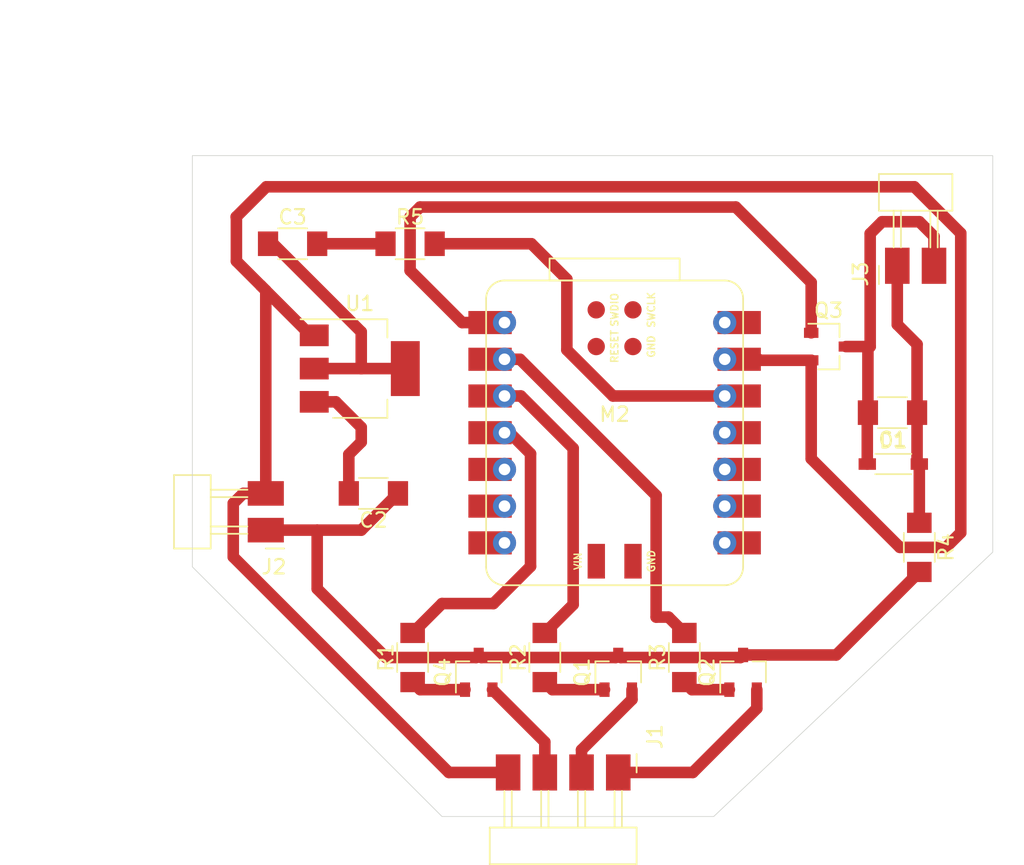
<source format=kicad_pcb>
(kicad_pcb (version 20240108) (generator "pcbnew") (generator_version "8.0")
  (layers (0 "F.Cu" signal) (31 "B.Cu" signal) (34 "B.Paste" user) (35 "F.Paste" user) (36 "B.SilkS" user "B.Silkscreen") (37 "F.SilkS" user "F.Silkscreen") (38 "B.Mask" user) (39 "F.Mask" user) (44 "Edge.Cuts" user))
  (net 0 "")
  (net 1 "Net-(U1-VI)")
  (net 2 "Net-(U1-VO)")
  (net 3 "3.3V")
  (net 4 "3")
  (net 5 "2")
  (net 6 "4")
  (net 7 "GND")
  (net 8 "SCL")
  (net 9 "SDI")
  (net 10 "R")
  (net 13 "G")
  (net 16 "B")
  (net 19 "Moteur")
  (net 20 "GG")
  (net 21 "BB")
  (net 22 "RR")
  (net 23 "pond1.1")
  (net 24 "Net-(D1-A)")
  (net 25 "pont2.1")
  (footprint "Fabac:SOD-123" (layer "F.Cu") (at 157.204 70.104 180)
    (property "Reference" "D1" (at 0 1.6 180) (layer "F.SilkS"))
    (property "Value" "Diode_Schottky_SOD123")
    (fp_line (start -1.25 0.7) (end 1.25 0.7) (stroke (width 0.12)) (layer "F.SilkS"))
    (fp_line (start -1.25 -0.7) (end 1.25 -0.7) (stroke (width 0.12)) (layer "F.SilkS"))
    (pad "1" smd rect (at -1.8 0 180) (size 1.2 0.8) (layers "F.Cu" "F.Paste" "F.Mask") (net 23 "pond1.1"))
    (pad "2" smd rect (at 1.8 0 180) (size 1.2 0.8) (layers "F.Cu" "F.Paste" "F.Mask") (net 24 "Net-(D1-A)"))
  )
  (footprint "Fabac:PinHeader_1x02_P2.54mm_Horizontal_SMD" (layer "F.Cu") (at 113.792 74.676 180)
    (property "Reference" "J2" (at -1.524 -2.54 180) (layer "F.SilkS") (effects (justify right)))
    (property "Value" "Conn_PinHeader_1x02_P2.54mm_Horizontal_SMD")
    (fp_line (start 6.35 3.81) (end 3.81 3.81) (stroke (width 0.12)) (layer "F.SilkS"))
    (fp_line (start 6.35 -1.27) (end 6.35 3.81) (stroke (width 0.12)) (layer "F.SilkS"))
    (fp_line (start 3.81 3.81) (end 3.81 -1.27) (stroke (width 0.12)) (layer "F.SilkS"))
    (fp_line (start 3.81 2.794) (end 1.27 2.794) (stroke (width 0.12)) (layer "F.SilkS"))
    (fp_line (start 3.81 2.286) (end 1.27 2.286) (stroke (width 0.12)) (layer "F.SilkS"))
    (fp_line (start 3.81 0.254) (end 1.27 0.254) (stroke (width 0.12)) (layer "F.SilkS"))
    (fp_line (start 3.81 -0.254) (end 1.27 -0.254) (stroke (width 0.12)) (layer "F.SilkS"))
    (fp_line (start 3.81 -1.27) (end 6.35 -1.27) (stroke (width 0.12)) (layer "F.SilkS"))
    (fp_line (start -1.27 -1.27) (end 0 -1.27) (stroke (width 0.12)) (layer "F.SilkS"))
    (pad "1" smd rect (at 0 0 180) (size 2.5 1.7) (layers "F.Cu" "F.Paste" "F.Mask") (net 23 "pond1.1"))
    (pad "2" smd rect (at 0 2.54 180) (size 2.5 1.7) (layers "F.Cu" "F.Paste" "F.Mask") (net 7 "GND"))
  )
  (footprint "Fabac:R_1206" (layer "F.Cu") (at 159.004 75.868 -90)
    (property "Reference" "R4" (at 0 -1.85 90) (layer "F.SilkS"))
    (property "Value" "R_1206")
    (fp_line (start 1 1.07) (end -1 1.07) (stroke (width 0.12)) (layer "F.SilkS"))
    (fp_line (start -1 -1.07) (end 1 -1.07) (stroke (width 0.12)) (layer "F.SilkS"))
    (pad "1" smd rect (at -1.7 0 270) (size 1.4 1.7) (layers "F.Cu" "F.Paste" "F.Mask") (net 23 "pond1.1"))
    (pad "2" smd rect (at 1.7 0 270) (size 1.4 1.7) (layers "F.Cu" "F.Paste" "F.Mask") (net 23 "pond1.1"))
  )
  (footprint "Fabac:C_1206" (layer "F.Cu") (at 157.148 66.548 180)
    (property "Reference" "C1" (at 0 -1.85 180) (layer "F.SilkS"))
    (property "Value" "C_1206")
    (fp_line (start 1 1.07) (end -1 1.07) (stroke (width 0.12)) (layer "F.SilkS"))
    (fp_line (start -1 -1.07) (end 1 -1.07) (stroke (width 0.12)) (layer "F.SilkS"))
    (pad "1" smd rect (at -1.7 0 180) (size 1.4 1.7) (layers "F.Cu" "F.Paste" "F.Mask") (net 23 "pond1.1"))
    (pad "2" smd rect (at 1.7 0 180) (size 1.4 1.7) (layers "F.Cu" "F.Paste" "F.Mask") (net 24 "Net-(D1-A)"))
  )
  (footprint "Fabac:R_1206" (layer "F.Cu") (at 133.096 83.488 90)
    (property "Reference" "R2" (at 0 -1.85 270) (layer "F.SilkS"))
    (property "Value" "R_1206")
    (fp_line (start -1 -1.07) (end 1 -1.07) (stroke (width 0.12)) (layer "F.SilkS"))
    (fp_line (start 1 1.07) (end -1 1.07) (stroke (width 0.12)) (layer "F.SilkS"))
    (pad "1" smd rect (at -1.7 0 90) (size 1.4 1.7) (layers "F.Cu" "F.Paste" "F.Mask") (net 20 "GG"))
    (pad "2" smd rect (at 1.7 0 90) (size 1.4 1.7) (layers "F.Cu" "F.Paste" "F.Mask") (net 13 "G"))
  )
  (footprint "Fabac:R_1206" (layer "F.Cu") (at 142.748 83.488 90)
    (property "Reference" "R3" (at 0 -1.85 270) (layer "F.SilkS"))
    (property "Value" "R_1206" (hide yes))
    (fp_line (start -1 -1.07) (end 1 -1.07) (stroke (width 0.12)) (layer "F.SilkS"))
    (fp_line (start 1 1.07) (end -1 1.07) (stroke (width 0.12)) (layer "F.SilkS"))
    (pad "1" smd rect (at -1.7 0 90) (size 1.4 1.7) (layers "F.Cu" "F.Paste" "F.Mask") (net 21 "BB"))
    (pad "2" smd rect (at 1.7 0 90) (size 1.4 1.7) (layers "F.Cu" "F.Paste" "F.Mask") (net 16 "B"))
  )
  (footprint "Fabac:PinHeader_1x02_P2.54mm_Horizontal_SMD" (layer "F.Cu") (at 157.48 56.388 90)
    (property "Reference" "J3" (at -1.524 -2.54 -90) (layer "F.SilkS") (effects (justify left)))
    (property "Value" "Conn_PinHeader_1x02_P2.54mm_Horizontal_SMD")
    (fp_line (start 6.35 -1.27) (end 6.35 3.81) (stroke (width 0.12)) (layer "F.SilkS"))
    (fp_line (start 3.81 -1.27) (end 6.35 -1.27) (stroke (width 0.12)) (layer "F.SilkS"))
    (fp_line (start -1.27 -1.27) (end 0 -1.27) (stroke (width 0.12)) (layer "F.SilkS"))
    (fp_line (start 3.81 -0.254) (end 1.27 -0.254) (stroke (width 0.12)) (layer "F.SilkS"))
    (fp_line (start 3.81 0.254) (end 1.27 0.254) (stroke (width 0.12)) (layer "F.SilkS"))
    (fp_line (start 3.81 2.286) (end 1.27 2.286) (stroke (width 0.12)) (layer "F.SilkS"))
    (fp_line (start 3.81 2.794) (end 1.27 2.794) (stroke (width 0.12)) (layer "F.SilkS"))
    (fp_line (start 6.35 3.81) (end 3.81 3.81) (stroke (width 0.12)) (layer "F.SilkS"))
    (fp_line (start 3.81 3.81) (end 3.81 -1.27) (stroke (width 0.12)) (layer "F.SilkS"))
    (pad "1" smd rect (at 0 0 90) (size 2.5 1.7) (layers "F.Cu" "F.Paste" "F.Mask") (net 23 "pond1.1"))
    (pad "2" smd rect (at 0 2.54 90) (size 2.5 1.7) (layers "F.Cu" "F.Paste" "F.Mask") (net 24 "Net-(D1-A)"))
  )
  (footprint "Fabac:SOT-223-3_TabPin2" (layer "F.Cu") (at 120.294 63.5)
    (property "Reference" "U1" (at 0 -4.5 0) (layer "F.SilkS"))
    (property "Value" "Regulator_Linear_3.3V_1A_DiodesIncorporated")
    (fp_line (start -4.1 -3.41) (end 1.91 -3.41) (stroke (width 0.12)) (layer "F.SilkS"))
    (fp_line (start -1.85 3.41) (end 1.91 3.41) (stroke (width 0.12)) (layer "F.SilkS"))
    (fp_line (start 1.91 -3.41) (end 1.91 -2.15) (stroke (width 0.12)) (layer "F.SilkS"))
    (fp_line (start 1.91 3.41) (end 1.91 2.15) (stroke (width 0.12)) (layer "F.SilkS"))
    (pad "1" smd rect (at -3.15 -2.3) (size 2 1.5) (layers "F.Cu" "F.Paste" "F.Mask") (net 7 "GND"))
    (pad "2" smd rect (at -3.15 0) (size 2 1.5) (layers "F.Cu" "F.Paste" "F.Mask") (net 2 "Net-(U1-VO)"))
    (pad "2" smd rect (at 3.15 0) (size 2 3.8) (layers "F.Cu" "F.Paste" "F.Mask") (net 2 "Net-(U1-VO)"))
    (pad "3" smd rect (at -3.15 2.3) (size 2 1.5) (layers "F.Cu" "F.Paste" "F.Mask") (net 1 "Net-(U1-VI)"))
  )
  (footprint "Fabac:PinHeader_1x04_P2.54mm_Horizontal_SMD" (layer "F.Cu") (at 138.176 91.44 -90)
    (property "Reference" "J1" (at -1.524 -2.54 90) (layer "F.SilkS") (effects (justify left)))
    (property "Value" "Conn_PinHeader_1x04_P2.54mm_Horizontal_SMD" (hide yes))
    (fp_line (start 3.81 8.89) (end 3.81 -1.27) (stroke (width 0.12)) (layer "F.SilkS"))
    (fp_line (start 6.35 8.89) (end 3.81 8.89) (stroke (width 0.12)) (layer "F.SilkS"))
    (fp_line (start 3.81 7.874) (end 1.27 7.874) (stroke (width 0.12)) (layer "F.SilkS"))
    (fp_line (start 3.81 7.366) (end 1.27 7.366) (stroke (width 0.12)) (layer "F.SilkS"))
    (fp_line (start 3.81 5.334) (end 1.27 5.334) (stroke (width 0.12)) (layer "F.SilkS"))
    (fp_line (start 3.81 4.826) (end 1.27 4.826) (stroke (width 0.12)) (layer "F.SilkS"))
    (fp_line (start 3.81 2.794) (end 1.27 2.794) (stroke (width 0.12)) (layer "F.SilkS"))
    (fp_line (start 3.81 2.286) (end 1.27 2.286) (stroke (width 0.12)) (layer "F.SilkS"))
    (fp_line (start 3.81 0.254) (end 1.27 0.254) (stroke (width 0.12)) (layer "F.SilkS"))
    (fp_line (start 3.81 -0.254) (end 1.27 -0.254) (stroke (width 0.12)) (layer "F.SilkS"))
    (fp_line (start -1.27 -1.27) (end 0 -1.27) (stroke (width 0.12)) (layer "F.SilkS"))
    (fp_line (start 3.81 -1.27) (end 6.35 -1.27) (stroke (width 0.12)) (layer "F.SilkS"))
    (fp_line (start 6.35 -1.27) (end 6.35 8.89) (stroke (width 0.12)) (layer "F.SilkS"))
    (pad "1" smd rect (at 0 0 270) (size 2.5 1.7) (layers "F.Cu" "F.Paste" "F.Mask") (net 6 "4"))
    (pad "2" smd rect (at 0 2.54 270) (size 2.5 1.7) (layers "F.Cu" "F.Paste" "F.Mask") (net 4 "3"))
    (pad "3" smd rect (at 0 5.08 270) (size 2.5 1.7) (layers "F.Cu" "F.Paste" "F.Mask") (net 5 "2"))
    (pad "4" smd rect (at 0 7.62 270) (size 2.5 1.7) (layers "F.Cu" "F.Paste" "F.Mask") (net 7 "GND"))
  )
  (footprint "Fabac:R_1206" (layer "F.Cu") (at 123.952 83.488 90)
    (property "Reference" "R1" (at 0 -1.85 270) (layer "F.SilkS"))
    (property "Value" "R_1206" (hide yes))
    (fp_line (start -1 -1.07) (end 1 -1.07) (stroke (width 0.12)) (layer "F.SilkS"))
    (fp_line (start 1 1.07) (end -1 1.07) (stroke (width 0.12)) (layer "F.SilkS"))
    (pad "1" smd rect (at -1.7 0 90) (size 1.4 1.7) (layers "F.Cu" "F.Paste" "F.Mask") (net 22 "RR"))
    (pad "2" smd rect (at 1.7 0 90) (size 1.4 1.7) (layers "F.Cu" "F.Paste" "F.Mask") (net 10 "R"))
  )
  (footprint "Fabac:C_1206" (layer "F.Cu") (at 121.236 72.136 180)
    (property "Reference" "C2" (at 0 -1.85 180) (layer "F.SilkS"))
    (property "Value" "C_1206")
    (fp_line (start 1 1.07) (end -1 1.07) (stroke (width 0.12)) (layer "F.SilkS"))
    (fp_line (start -1 -1.07) (end 1 -1.07) (stroke (width 0.12)) (layer "F.SilkS"))
    (pad "1" smd rect (at -1.7 0 180) (size 1.4 1.7) (layers "F.Cu" "F.Paste" "F.Mask") (net 23 "pond1.1"))
    (pad "2" smd rect (at 1.7 0 180) (size 1.4 1.7) (layers "F.Cu" "F.Paste" "F.Mask") (net 1 "Net-(U1-VI)"))
  )
  (footprint "Fabac:SOT-23-3" (layer "F.Cu") (at 128.524 84.512 90)
    (property "Reference" "Q4" (at 0 -2.5 270) (layer "F.SilkS"))
    (property "Value" "Transistor_MOSFET_PCh_SOT23" (hide yes))
    (fp_line (start 0.76 -1.58) (end -1.4 -1.58) (stroke (width 0.12)) (layer "F.SilkS"))
    (fp_line (start 0.76 -1.58) (end 0.76 -0.65) (stroke (width 0.12)) (layer "F.SilkS"))
    (fp_line (start 0.76 1.58) (end 0.76 0.65) (stroke (width 0.12)) (layer "F.SilkS"))
    (fp_line (start 0.76 1.58) (end -0.7 1.58) (stroke (width 0.12)) (layer "F.SilkS"))
    (pad "1" smd rect (at -1.2 -0.95 90) (size 1 0.7) (layers "F.Cu" "F.Paste" "F.Mask") (net 22 "RR"))
    (pad "2" smd rect (at -1.2 0.95 90) (size 1 0.7) (layers "F.Cu" "F.Paste" "F.Mask") (net 5 "2"))
    (pad "3" smd rect (at 1.2 0 90) (size 1 0.7) (layers "F.Cu" "F.Paste" "F.Mask") (net 23 "pond1.1"))
  )
  (footprint "Fabac:SOT-23-3" (layer "F.Cu") (at 146.812 84.512 90)
    (property "Reference" "Q2" (at 0 -2.5 270) (layer "F.SilkS"))
    (property "Value" "Transistor_MOSFET_PCh_SOT23" (hide yes))
    (fp_line (start 0.76 -1.58) (end -1.4 -1.58) (stroke (width 0.12)) (layer "F.SilkS"))
    (fp_line (start 0.76 -1.58) (end 0.76 -0.65) (stroke (width 0.12)) (layer "F.SilkS"))
    (fp_line (start 0.76 1.58) (end 0.76 0.65) (stroke (width 0.12)) (layer "F.SilkS"))
    (fp_line (start 0.76 1.58) (end -0.7 1.58) (stroke (width 0.12)) (layer "F.SilkS"))
    (pad "1" smd rect (at -1.2 -0.95 90) (size 1 0.7) (layers "F.Cu" "F.Paste" "F.Mask") (net 21 "BB"))
    (pad "2" smd rect (at -1.2 0.95 90) (size 1 0.7) (layers "F.Cu" "F.Paste" "F.Mask") (net 6 "4"))
    (pad "3" smd rect (at 1.2 0 90) (size 1 0.7) (layers "F.Cu" "F.Paste" "F.Mask") (net 23 "pond1.1"))
  )
  (footprint "Fabac:SeeedStudio_XIAO_RP2040" (layer "F.Cu") (at 137.922 67.936)
    (property "Reference" "M2" (at 0 -1.27 0) (layer "F.SilkS"))
    (property "Value" "Module_XIAO-RP2040_SocketSMD")
    (fp_line (start -8.8875 9.281) (end -8.8875 -9.261) (stroke (width 0.12)) (layer "F.SilkS"))
    (fp_line (start -7.6175 -10.531) (end 7.6225 -10.531) (stroke (width 0.12)) (layer "F.SilkS"))
    (fp_line (start 7.6225 10.551) (end -7.6175 10.551) (stroke (width 0.12)) (layer "F.SilkS"))
    (fp_line (start 8.8925 -9.261) (end 8.8925 9.281) (stroke (width 0.12)) (layer "F.SilkS"))
    (fp_rect (start -4.4975 -10.531) (end 4.5025 -12.055) (stroke (width 0.12)) (fill none) (layer "F.SilkS"))
    (fp_arc (start -8.8875 -9.261) (mid -8.515526 -10.159026) (end -7.6175 -10.531) (stroke (width 0.12)) (layer "F.SilkS"))
    (fp_arc (start -7.6175 10.551) (mid -8.515526 10.179026) (end -8.8875 9.281) (stroke (width 0.12)) (layer "F.SilkS"))
    (fp_arc (start 7.6225 -10.531) (mid 8.520526 -10.159026) (end 8.8925 -9.261) (stroke (width 0.12)) (layer "F.SilkS"))
    (fp_arc (start 8.8925 9.281) (mid 8.520526 10.179026) (end 7.6225 10.551) (stroke (width 0.12)) (layer "F.SilkS"))
    (fp_text user "GND" (at 2.54 -5.96 90) (layer "F.SilkS") (effects (font (size 0.5 0.5) (thickness 0.1) (bold yes))))
    (fp_text user "RESET" (at 0 -5.96 90) (layer "F.SilkS") (effects (font (size 0.5 0.5) (thickness 0.1) (bold yes))))
    (fp_text user "GND" (at 2.545 8.89 90) (layer "F.SilkS") (effects (font (size 0.5 0.5) (thickness 0.1) (bold yes))))
    (fp_text user "SWCLK" (at 2.54 -8.5 90) (layer "F.SilkS") (effects (font (size 0.5 0.5) (thickness 0.1) (bold yes))))
    (fp_text user "SWDIO" (at 0 -8.5 90) (layer "F.SilkS") (effects (font (size 0.5 0.5) (thickness 0.1) (bold yes))))
    (fp_text user "VIN" (at -2.535 8.89 90) (layer "F.SilkS") (effects (font (size 0.5 0.5) (thickness 0.1) (bold yes))))
    (pad "1" thru_hole circle (at -7.615 -7.62) (size 1.6 1.6) (drill 0.8) (layers "*.Cu" "*.Mask") (net 19 "Moteur"))
    (pad "1" smd rect (at -7.615 -7.62) (size 3 1.6) (drill (offset -1 0)) (layers "F.Cu" "F.Paste" "F.Mask") (net 19 "Moteur"))
    (pad "2" thru_hole circle (at -7.615 -5.08) (size 1.6 1.6) (drill 0.8) (layers "*.Cu" "*.Mask") (net 16 "B"))
    (pad "2" smd rect (at -7.615 -5.08) (size 3 1.6) (drill (offset -1 0)) (layers "F.Cu" "F.Paste" "F.Mask") (net 16 "B"))
    (pad "3" thru_hole circle (at -7.615 -2.54) (size 1.6 1.6) (drill 0.8) (layers "*.Cu" "*.Mask") (net 13 "G"))
    (pad "3" smd rect (at -7.615 -2.54) (size 3 1.6) (drill (offset -1 0)) (layers "F.Cu" "F.Paste" "F.Mask") (net 13 "G"))
    (pad "4" thru_hole circle (at -7.615 0) (size 1.6 1.6) (drill 0.8) (layers "*.Cu" "*.Mask") (net 10 "R"))
    (pad "4" smd rect (at -7.615 0) (size 3 1.6) (drill (offset -1 0)) (layers "F.Cu" "F.Paste" "F.Mask") (net 10 "R"))
    (pad "5" thru_hole circle (at -7.615 2.54) (size 1.6 1.6) (drill 0.8) (layers "*.Cu" "*.Mask") (net 8 "SCL"))
    (pad "5" smd rect (at -7.615 2.54) (size 3 1.6) (drill (offset -1 0)) (layers "F.Cu" "F.Paste" "F.Mask") (net 8 "SCL"))
    (pad "6" thru_hole circle (at -7.615 5.08) (size 1.6 1.6) (drill 0.8) (layers "*.Cu" "*.Mask"))
    (pad "6" smd rect (at -7.615 5.08) (size 3 1.6) (drill (offset -1 0)) (layers "F.Cu" "F.Paste" "F.Mask"))
    (pad "7" thru_hole circle (at -7.615 7.62) (size 1.6 1.6) (drill 0.8) (layers "*.Cu" "*.Mask"))
    (pad "7" smd rect (at -7.615 7.62) (size 3 1.6) (drill (offset -1 0)) (layers "F.Cu" "F.Paste" "F.Mask"))
    (pad "8" thru_hole circle (at 7.62 7.62) (size 1.6 1.6) (drill 0.8) (layers "*.Cu" "*.Mask"))
    (pad "8" smd rect (at 7.62 7.62) (size 3 1.6) (drill (offset 1 0)) (layers "F.Cu" "F.Paste" "F.Mask"))
    (pad "9" thru_hole circle (at 7.62 5.08) (size 1.6 1.6) (drill 0.8) (layers "*.Cu" "*.Mask"))
    (pad "9" smd rect (at 7.62 5.08) (size 3 1.6) (drill (offset 1 0)) (layers "F.Cu" "F.Paste" "F.Mask"))
    (pad "10" thru_hole circle (at 7.62 2.54) (size 1.6 1.6) (drill 0.8) (layers "*.Cu" "*.Mask"))
    (pad "10" smd rect (at 7.62 2.54) (size 3 1.6) (drill (offset 1 0)) (layers "F.Cu" "F.Paste" "F.Mask"))
    (pad "11" thru_hole circle (at 7.62 0) (size 1.6 1.6) (drill 0.8) (layers "*.Cu" "*.Mask") (net 9 "SDI"))
    (pad "11" smd rect (at 7.62 0) (size 3 1.6) (drill (offset 1 0)) (layers "F.Cu" "F.Paste" "F.Mask") (net 9 "SDI"))
    (pad "12" thru_hole circle (at 7.62 -2.54) (size 1.6 1.6) (drill 0.8) (layers "*.Cu" "*.Mask") (net 3 "3.3V"))
    (pad "12" smd rect (at 7.62 -2.54) (size 3 1.6) (drill (offset 1 0)) (layers "F.Cu" "F.Paste" "F.Mask") (net 3 "3.3V"))
    (pad "13" thru_hole circle (at 7.62 -5.08) (size 1.6 1.6) (drill 0.8) (layers "*.Cu" "*.Mask") (net 7 "GND"))
    (pad "13" smd rect (at 7.62 -5.08) (size 3 1.6) (drill (offset 1 0)) (layers "F.Cu" "F.Paste" "F.Mask") (net 7 "GND"))
    (pad "14" thru_hole circle (at 7.62 -7.62) (size 1.6 1.6) (drill 0.8) (layers "*.Cu" "*.Mask"))
    (pad "14" smd rect (at 7.62 -7.62) (size 3 1.6) (drill (offset 1 0)) (layers "F.Cu" "F.Paste" "F.Mask"))
    (pad "15" smd rect (at 1.275 8.89 270) (size 2.4 1.2) (layers "F.Cu" "F.Paste" "F.Mask"))
    (pad "16" smd rect (at -1.265 8.89 270) (size 2.4 1.2) (layers "F.Cu" "F.Paste" "F.Mask"))
    (pad "17" smd circle (at -1.27 -8.5) (size 1.2 1.2) (layers "F.Cu" "F.Paste" "F.Mask"))
    (pad "18" smd circle (at -1.27 -5.96) (size 1.2 1.2) (layers "F.Cu" "F.Paste" "F.Mask"))
    (pad "19" smd circle (at 1.27 -5.96) (size 1.2 1.2) (layers "F.Cu" "F.Paste" "F.Mask"))
    (pad "20" smd circle (at 1.27 -8.5) (size 1.2 1.2) (layers "F.Cu" "F.Paste" "F.Mask"))
  )
  (footprint "Fabac:SOT-23-3" (layer "F.Cu") (at 138.176 84.512 90)
    (property "Reference" "Q1" (at 0 -2.5 270) (layer "F.SilkS"))
    (property "Value" "Transistor_MOSFET_PCh_SOT23" (hide yes))
    (fp_line (start 0.76 -1.58) (end -1.4 -1.58) (stroke (width 0.12)) (layer "F.SilkS"))
    (fp_line (start 0.76 -1.58) (end 0.76 -0.65) (stroke (width 0.12)) (layer "F.SilkS"))
    (fp_line (start 0.76 1.58) (end 0.76 0.65) (stroke (width 0.12)) (layer "F.SilkS"))
    (fp_line (start 0.76 1.58) (end -0.7 1.58) (stroke (width 0.12)) (layer "F.SilkS"))
    (pad "1" smd rect (at -1.2 -0.95 90) (size 1 0.7) (layers "F.Cu" "F.Paste" "F.Mask") (net 20 "GG"))
    (pad "2" smd rect (at -1.2 0.95 90) (size 1 0.7) (layers "F.Cu" "F.Paste" "F.Mask") (net 4 "3"))
    (pad "3" smd rect (at 1.2 0 90) (size 1 0.7) (layers "F.Cu" "F.Paste" "F.Mask") (net 23 "pond1.1"))
  )
  (footprint "Fabac:C_1206" (layer "F.Cu") (at 115.648 54.864)
    (property "Reference" "C3" (at 0 -1.85 360) (layer "F.SilkS"))
    (property "Value" "C_1206")
    (fp_line (start -1 -1.07) (end 1 -1.07) (stroke (width 0.12)) (layer "F.SilkS"))
    (fp_line (start 1 1.07) (end -1 1.07) (stroke (width 0.12)) (layer "F.SilkS"))
    (pad "1" smd rect (at -1.7 0) (size 1.4 1.7) (layers "F.Cu" "F.Paste" "F.Mask") (net 2 "Net-(U1-VO)"))
    (pad "2" smd rect (at 1.7 0) (size 1.4 1.7) (layers "F.Cu" "F.Paste" "F.Mask") (net 25 "pont2.1"))
  )
  (footprint "Fabac:R_1206" (layer "F.Cu") (at 123.776 54.864)
    (property "Reference" "R5" (at 0 -1.85 0) (layer "F.SilkS"))
    (property "Value" "R_1206")
    (fp_line (start -1 -1.07) (end 1 -1.07) (stroke (width 0.12)) (layer "F.SilkS"))
    (fp_line (start 1 1.07) (end -1 1.07) (stroke (width 0.12)) (layer "F.SilkS"))
    (pad "1" smd rect (at -1.7 0) (size 1.4 1.7) (layers "F.Cu" "F.Paste" "F.Mask") (net 25 "pont2.1"))
    (pad "2" smd rect (at 1.7 0) (size 1.4 1.7) (layers "F.Cu" "F.Paste" "F.Mask") (net 3 "3.3V"))
  )
  (footprint "Fabac:SOT-23-3" (layer "F.Cu") (at 152.724 61.976)
    (property "Reference" "Q3" (at 0 -2.5 0) (layer "F.SilkS"))
    (property "Value" "Transistor_MOSFET_NCh_SOT23")
    (fp_line (start 0.76 -1.58) (end -1.4 -1.58) (stroke (width 0.12)) (layer "F.SilkS"))
    (fp_line (start 0.76 -1.58) (end 0.76 -0.65) (stroke (width 0.12)) (layer "F.SilkS"))
    (fp_line (start 0.76 1.58) (end -0.7 1.58) (stroke (width 0.12)) (layer "F.SilkS"))
    (fp_line (start 0.76 1.58) (end 0.76 0.65) (stroke (width 0.12)) (layer "F.SilkS"))
    (pad "1" smd rect (at -1.2 -0.95) (size 1 0.7) (layers "F.Cu" "F.Paste" "F.Mask") (net 19 "Moteur"))
    (pad "2" smd rect (at -1.2 0.95) (size 1 0.7) (layers "F.Cu" "F.Paste" "F.Mask") (net 7 "GND"))
    (pad "3" smd rect (at 1.2 0) (size 1 0.7) (layers "F.Cu" "F.Paste" "F.Mask") (net 24 "Net-(D1-A)"))
  )
  (gr_poly (pts (xy 125.984 94.488) (xy 144.78 94.488) (xy 164.084 76.2) (xy 164.084 48.768) (xy 108.712 48.768) (xy 108.712 77.216)) (stroke (width 0.05)) (fill none) (layer "Edge.Cuts"))
  (segment (start 120.396 68.58) (end 119.536 69.44) (width 0.8) (layer "F.Cu") (net 1))
  (segment (start 117.144 65.8) (end 118.632 65.8) (width 0.8) (layer "F.Cu") (net 1))
  (segment (start 119.536 69.44) (end 119.536 72.136) (width 0.8) (layer "F.Cu") (net 1))
  (segment (start 118.632 65.8) (end 120.396 67.564) (width 0.8) (layer "F.Cu") (net 1))
  (segment (start 120.396 67.564) (end 120.396 68.58) (width 0.8) (layer "F.Cu") (net 1))
  (segment (start 120.396 63.5) (end 123.444 63.5) (width 0.8) (layer "F.Cu") (net 2))
  (segment (start 114.3 54.864) (end 120.396 60.96) (width 0.8) (layer "F.Cu") (net 2))
  (segment (start 113.948 54.864) (end 114.3 54.864) (width 0.8) (layer "F.Cu") (net 2))
  (segment (start 120.396 60.96) (end 120.396 63.5) (width 0.8) (layer "F.Cu") (net 2))
  (segment (start 120.396 63.5) (end 117.144 63.5) (width 0.8) (layer "F.Cu") (net 2))
  (segment (start 134.62 62.206742) (end 137.809258 65.396) (width 0.8) (layer "F.Cu") (net 3))
  (segment (start 134.62 57.318314) (end 134.62 62.206742) (width 0.8) (layer "F.Cu") (net 3))
  (segment (start 132.165686 54.864) (end 125.476 54.864) (width 0.8) (layer "F.Cu") (net 3))
  (segment (start 137.809258 65.396) (end 145.542 65.396) (width 0.8) (layer "F.Cu") (net 3))
  (segment (start 132.165686 54.864) (end 134.62 57.318314) (width 0.8) (layer "F.Cu") (net 3))
  (segment (start 139.126 86.39) (end 139.126 85.712) (width 0.8) (layer "F.Cu") (net 4))
  (segment (start 135.636 91.44) (end 135.636 89.88) (width 0.8) (layer "F.Cu") (net 4))
  (segment (start 135.636 89.88) (end 139.126 86.39) (width 0.8) (layer "F.Cu") (net 4))
  (segment (start 133.096 91.44) (end 133.096 89.334) (width 0.8) (layer "F.Cu") (net 5))
  (segment (start 133.096 89.334) (end 129.474 85.712) (width 0.8) (layer "F.Cu") (net 5))
  (segment (start 138.176 91.44) (end 143.334 91.44) (width 0.8) (layer "F.Cu") (net 6))
  (segment (start 147.762 87.012) (end 147.762 85.712) (width 0.8) (layer "F.Cu") (net 6))
  (segment (start 143.334 91.44) (end 147.762 87.012) (width 0.8) (layer "F.Cu") (net 6))
  (segment (start 158.656 50.924) (end 161.87 54.138) (width 0.8) (layer "F.Cu") (net 7))
  (segment (start 111.76 52.994) (end 113.83 50.924) (width 0.8) (layer "F.Cu") (net 7))
  (segment (start 117.144 61.2) (end 116.894 61.2) (width 0.8) (layer "F.Cu") (net 7))
  (segment (start 112.232 72.136) (end 111.542 72.826) (width 0.8) (layer "F.Cu") (net 7))
  (segment (start 160.854 75.868) (end 157.656 75.868) (width 0.8) (layer "F.Cu") (net 7))
  (segment (start 161.87 74.852) (end 160.854 75.868) (width 0.8) (layer "F.Cu") (net 7))
  (segment (start 113.792 72.136) (end 113.792 58.098) (width 0.8) (layer "F.Cu") (net 7))
  (segment (start 113.792 72.136) (end 112.232 72.136) (width 0.8) (layer "F.Cu") (net 7))
  (segment (start 113.445 57.751) (end 111.76 56.066) (width 0.8) (layer "F.Cu") (net 7))
  (segment (start 151.524 69.736) (end 151.524 62.926) (width 0.8) (layer "F.Cu") (net 7))
  (segment (start 145.612 62.926) (end 145.542 62.856) (width 0.8) (layer "F.Cu") (net 7))
  (segment (start 157.656 75.868) (end 151.524 69.736) (width 0.8) (layer "F.Cu") (net 7))
  (segment (start 111.542 76.526) (end 111.542 72.826) (width 0.8) (layer "F.Cu") (net 7))
  (segment (start 113.792 58.098) (end 113.445 57.751) (width 0.8) (layer "F.Cu") (net 7))
  (segment (start 116.894 61.2) (end 113.445 57.751) (width 0.8) (layer "F.Cu") (net 7))
  (segment (start 126.456 91.44) (end 111.542 76.526) (width 0.8) (layer "F.Cu") (net 7))
  (segment (start 111.74 53.014) (end 111.76 52.994) (width 0.8) (layer "F.Cu") (net 7))
  (segment (start 130.556 91.44) (end 126.456 91.44) (width 0.8) (layer "F.Cu") (net 7))
  (segment (start 161.87 54.138) (end 161.87 74.852) (width 0.8) (layer "F.Cu") (net 7))
  (segment (start 113.83 50.924) (end 158.656 50.924) (width 0.8) (layer "F.Cu") (net 7))
  (segment (start 151.524 62.926) (end 145.612 62.926) (width 0.8) (layer "F.Cu") (net 7))
  (segment (start 145.542 62.856) (end 147.89 62.856) (width 0.8) (layer "F.Cu") (net 7))
  (segment (start 111.76 56.066) (end 111.76 52.994) (width 0.8) (layer "F.Cu") (net 7))
  (segment (start 130.655 67.936) (end 130.307 67.936) (width 0.8) (layer "F.Cu") (net 10))
  (segment (start 132.107 69.388) (end 130.655 67.936) (width 0.8) (layer "F.Cu") (net 10))
  (segment (start 123.952 81.788) (end 125.984 79.756) (width 0.8) (layer "F.Cu") (net 10))
  (segment (start 125.984 79.756) (end 129.54 79.756) (width 0.8) (layer "F.Cu") (net 10))
  (segment (start 132.107 77.189) (end 132.107 69.388) (width 0.8) (layer "F.Cu") (net 10))
  (segment (start 129.54 79.756) (end 132.107 77.189) (width 0.8) (layer "F.Cu") (net 10))
  (segment (start 135.057 79.827) (end 135.057 69.01463) (width 0.8) (layer "F.Cu") (net 13))
  (segment (start 135.057 69.01463) (end 131.43837 65.396) (width 0.8) (layer "F.Cu") (net 13))
  (segment (start 131.43837 65.396) (end 130.307 65.396) (width 0.8) (layer "F.Cu") (net 13))
  (segment (start 133.096 81.788) (end 135.057 79.827) (width 0.8) (layer "F.Cu") (net 13))
  (segment (start 131.376314 62.856) (end 130.307 62.856) (width 0.8) (layer "F.Cu") (net 16))
  (segment (start 141.651 80.691) (end 140.797 80.691) (width 0.8) (layer "F.Cu") (net 16))
  (segment (start 140.797 72.276686) (end 131.376314 62.856) (width 0.8) (layer "F.Cu") (net 16))
  (segment (start 140.797 80.691) (end 140.797 72.276686) (width 0.8) (layer "F.Cu") (net 16))
  (segment (start 142.748 81.788) (end 141.651 80.691) (width 0.8) (layer "F.Cu") (net 16))
  (segment (start 123.776 53.014) (end 123.776 56.714) (width 0.8) (layer "F.Cu") (net 19))
  (segment (start 123.776 56.714) (end 127.378 60.316) (width 0.8) (layer "F.Cu") (net 19))
  (segment (start 146.304 52.324) (end 124.466 52.324) (width 0.8) (layer "F.Cu") (net 19))
  (segment (start 124.466 52.324) (end 123.776 53.014) (width 0.8) (layer "F.Cu") (net 19))
  (segment (start 151.524 57.544) (end 151.524 61.026) (width 0.8) (layer "F.Cu") (net 19))
  (segment (start 146.304 52.324) (end 151.524 57.544) (width 0.8) (layer "F.Cu") (net 19))
  (segment (start 127.378 60.316) (end 130.307 60.316) (width 0.8) (layer "F.Cu") (net 19))
  (segment (start 137.226 85.712) (end 133.62 85.712) (width 0.8) (layer "F.Cu") (net 20))
  (segment (start 133.62 85.712) (end 133.096 85.188) (width 0.8) (layer "F.Cu") (net 20))
  (segment (start 143.272 85.712) (end 142.748 85.188) (width 0.8) (layer "F.Cu") (net 21))
  (segment (start 145.862 85.712) (end 143.272 85.712) (width 0.8) (layer "F.Cu") (net 21))
  (segment (start 127.574 85.712) (end 124.476 85.712) (width 0.8) (layer "F.Cu") (net 22))
  (segment (start 124.476 85.712) (end 123.952 85.188) (width 0.8) (layer "F.Cu") (net 22))
  (segment (start 158.848 61.82) (end 158.848 66.548) (width 0.8) (layer "F.Cu") (net 23))
  (segment (start 128.348 83.488) (end 128.524 83.312) (width 0.8) (layer "F.Cu") (net 23))
  (segment (start 117.348 74.676) (end 117.348 78.734) (width 0.8) (layer "F.Cu") (net 23))
  (segment (start 157.48 60.452) (end 157.48 56.388) (width 0.8) (layer "F.Cu") (net 23))
  (segment (start 122.102 83.488) (end 128.348 83.488) (width 0.8) (layer "F.Cu") (net 23))
  (segment (start 153.26 83.312) (end 159.004 77.568) (width 0.8) (layer "F.Cu") (net 23))
  (segment (start 146.812 83.312) (end 153.26 83.312) (width 0.8) (layer "F.Cu") (net 23))
  (segment (start 138 83.488) (end 138.176 83.312) (width 0.8) (layer "F.Cu") (net 23))
  (segment (start 128.7 83.488) (end 138 83.488) (width 0.8) (layer "F.Cu") (net 23))
  (segment (start 158.848 66.548) (end 158.848 69.948) (width 0.8) (layer "F.Cu") (net 23))
  (segment (start 117.348 74.676) (end 120.396 74.676) (width 0.8) (layer "F.Cu") (net 23))
  (segment (start 128.524 83.312) (end 128.7 83.488) (width 0.8) (layer "F.Cu") (net 23))
  (segment (start 138.352 83.488) (end 146.636 83.488) (width 0.8) (layer "F.Cu") (net 23))
  (segment (start 117.348 78.734) (end 122.102 83.488) (width 0.8) (layer "F.Cu") (net 23))
  (segment (start 113.792 74.676) (end 117.348 74.676) (width 0.8) (layer "F.Cu") (net 23))
  (segment (start 159.004 70.104) (end 159.004 74.168) (width 0.8) (layer "F.Cu") (net 23))
  (segment (start 146.636 83.488) (end 146.812 83.312) (width 0.8) (layer "F.Cu") (net 23))
  (segment (start 158.848 69.948) (end 159.004 70.104) (width 0.8) (layer "F.Cu") (net 23))
  (segment (start 120.396 74.676) (end 122.936 72.136) (width 0.8) (layer "F.Cu") (net 23))
  (segment (start 157.48 60.452) (end 158.848 61.82) (width 0.8) (layer "F.Cu") (net 23))
  (segment (start 138.176 83.312) (end 138.352 83.488) (width 0.8) (layer "F.Cu") (net 23))
  (segment (start 160.02 54.356) (end 160.02 56.388) (width 0.8) (layer "F.Cu") (net 24))
  (segment (start 155.604 54.164) (end 156.428 53.34) (width 0.8) (layer "F.Cu") (net 24))
  (segment (start 153.924 61.976) (end 155.604 61.976) (width 0.8) (layer "F.Cu") (net 24))
  (segment (start 155.448 62.132) (end 155.604 61.976) (width 0.8) (layer "F.Cu") (net 24))
  (segment (start 156.428 53.34) (end 159.004 53.34) (width 0.8) (layer "F.Cu") (net 24))
  (segment (start 155.404 70.104) (end 155.404 66.592) (width 0.8) (layer "F.Cu") (net 24))
  (segment (start 159.004 53.34) (end 160.02 54.356) (width 0.8) (layer "F.Cu") (net 24))
  (segment (start 155.604 61.976) (end 155.604 54.164) (width 0.8) (layer "F.Cu") (net 24))
  (segment (start 155.404 66.592) (end 155.448 66.548) (width 0.8) (layer "F.Cu") (net 24))
  (segment (start 155.448 66.548) (end 155.448 62.132) (width 0.8) (layer "F.Cu") (net 24))
  (segment (start 122.076 54.864) (end 117.348 54.864) (width 0.8) (layer "F.Cu") (net 25))
)
</source>
